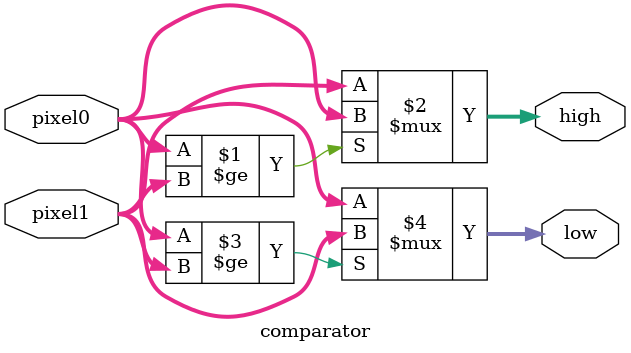
<source format=v>
module comparator(
	input [DATA_WIDTH - 1:0] pixel0,
	input [DATA_WIDTH - 1:0] pixel1, 
	output [DATA_WIDTH - 1:0] high, 
	output [DATA_WIDTH - 1:0] low
);

parameter DATA_WIDTH = 8;

assign high = (pixel0 >= pixel1) ? pixel0 : pixel1;
assign low = (pixel0 >= pixel1) ? pixel1 : pixel0;

endmodule
</source>
